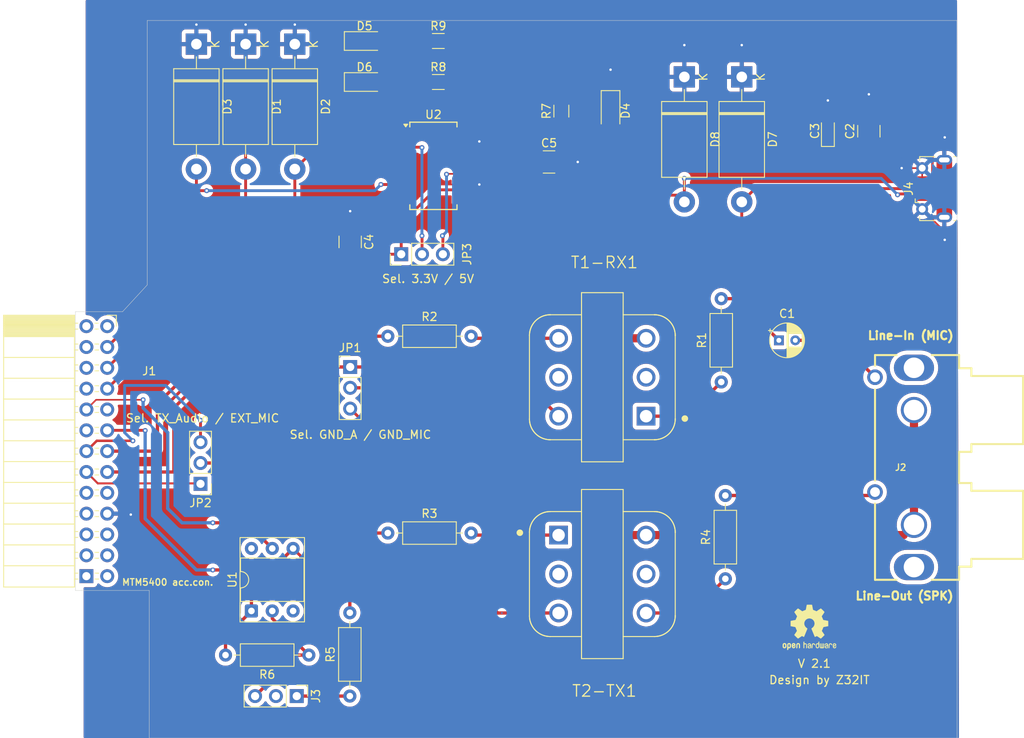
<source format=kicad_pcb>
(kicad_pcb (version 20241229) (generator "pcbnew") (generator_version "9.0")
  (layers (0 "F.Cu" signal) (2 "B.Cu" signal) (13 "F.Paste" user) (15 "B.Paste" user) (5 "F.SilkS" user "F.Silkscreen") (7 "B.SilkS" user "B.Silkscreen") (1 "F.Mask" user) (3 "B.Mask" user) (25 "Edge.Cuts" user))
  (net 0 "")
  (net 1 "Net-(C1-Pad1)")
  (net 2 "Net-(C1-Pad2)")
  (net 3 "VBUS")
  (net 4 "GND")
  (net 5 "Net-(JP3-A)")
  (net 6 "Net-(D1-A2)")
  (net 7 "Net-(D2-A2)")
  (net 8 "Net-(D3-A2)")
  (net 9 "Net-(D4-A)")
  (net 10 "Net-(D5-A)")
  (net 11 "Net-(D5-K)")
  (net 12 "Net-(D6-A)")
  (net 13 "Net-(D6-K)")
  (net 14 "Net-(D7-A2)")
  (net 15 "Net-(D8-A2)")
  (net 18 "Net-(J1-PTT)")
  (net 22 "Net-(J1-RX_Audio)")
  (net 26 "GNDA")
  (net 27 "Net-(J1-EXT_MIC)")
  (net 33 "GND_MIC")
  (net 34 "Net-(J1-TX_Audio)")
  (net 38 "GNDS")
  (net 39 "Net-(J2-Pad2)")
  (net 41 "Net-(J3-Pin_3)")
  (net 42 "Net-(J3-Pin_1)")
  (net 44 "Net-(JP1-C)")
  (net 45 "Net-(JP2-C)")
  (net 46 "Net-(JP3-C)")
  (net 47 "Net-(R1-Pad1)")
  (net 48 "Net-(R2-Pad2)")
  (net 49 "Net-(R3-Pad2)")
  (net 50 "Net-(R4-Pad1)")
  (net 51 "Net-(R5-Pad2)")
  (footprint "Resistor_SMD:R_1206_3216Metric_Pad1.30x1.75mm_HandSolder" (layer "F.Cu") (at 83 45)
    (property "Reference" "R9" (at 0 -1.82 0) (layer "F.SilkS"))
    (property "Value" "1K")
    (pad "1" smd roundrect (at -1.55 0) (size 1.3 1.75) (layers "F.Cu" "F.Mask" "F.Paste") (roundrect_rratio 0.192308) (net 10 "Net-(D5-A)"))
    (pad "2" smd roundrect (at 1.55 0) (size 1.3 1.75) (layers "F.Cu" "F.Mask" "F.Paste") (roundrect_rratio 0.192308) (net 3 "VBUS"))
  )
  (footprint "Connector_PinHeader_2.54mm:PinHeader_1x03_P2.54mm_Vertical" (layer "F.Cu") (at 78.475 71 90)
    (property "Reference" "JP3" (at 0 8.025 90) (layer "F.SilkS"))
    (property "Value" "Sel. 3.3V / 5V" (at -3 3.275 0) (layer "F.SilkS"))
    (pad "1" thru_hole rect (at 0 0 90) (size 1.7 1.7) (drill 1) (layers "*.Cu" "*.Mask") (net 5 "Net-(JP3-A)"))
    (pad "2" thru_hole oval (at 0 2.54 90) (size 1.7 1.7) (drill 1) (layers "*.Cu" "*.Mask") (net 46 "Net-(JP3-C)"))
    (pad "3" thru_hole oval (at 0 5.08 90) (size 1.7 1.7) (drill 1) (layers "*.Cu" "*.Mask") (net 3 "VBUS"))
  )
  (footprint "TY-145P:XFMR_TY-145P" (layer "F.Cu") (at 103 110)
    (property "Reference" "T2-TX1" (at 0.25 14.25 0) (layer "F.SilkS") (effects (font (size 1.400252 1.400252))))
    (property "Value" "600ohm 1:1")
    (pad "1" thru_hole rect (at -5.334 -4.7498) (size 2.286 2.286) (drill 1.524) (layers "*.Cu" "*.Mask") (net 49 "Net-(R3-Pad2)"))
    (pad "2" thru_hole circle (at -5.334 0) (size 2.286 2.286) (drill 1.524) (layers "*.Cu" "*.Mask"))
    (pad "3" thru_hole circle (at -5.334 4.7498) (size 2.286 2.286) (drill 1.524) (layers "*.Cu" "*.Mask") (net 44 "Net-(JP1-C)"))
    (pad "4" thru_hole circle (at 5.334 4.7498) (size 2.286 2.286) (drill 1.524) (layers "*.Cu" "*.Mask") (net 50 "Net-(R4-Pad1)"))
    (pad "5" thru_hole circle (at 5.334 0) (size 2.286 2.286) (drill 1.524) (layers "*.Cu" "*.Mask"))
    (pad "6" thru_hole circle (at 5.334 -4.7498) (size 2.286 2.286) (drill 1.524) (layers "*.Cu" "*.Mask") (net 38 "GNDS"))
  )
  (footprint "Capacitor_SMD:C_1210_3225Metric_Pad1.33x2.70mm_HandSolder" (layer "F.Cu") (at 96.5 59.75)
    (property "Reference" "C5" (at 0 -2.3 0) (layer "F.SilkS"))
    (property "Value" "100nF/10V")
    (pad "1" smd roundrect (at -1.5625 0) (size 1.325 2.7) (layers "F.Cu" "F.Mask" "F.Paste") (roundrect_rratio 0.188679) (net 3 "VBUS"))
    (pad "2" smd roundrect (at 1.5625 0) (size 1.325 2.7) (layers "F.Cu" "F.Mask" "F.Paste") (roundrect_rratio 0.188679) (net 4 "GND"))
  )
  (footprint "Package_SO:SSOP-28_5.3x10.2mm_P0.65mm" (layer "F.Cu") (at 82.4 60.225)
    (property "Reference" "U2" (at 0 -6.25 0) (layer "F.SilkS"))
    (property "Value" "FT232RL")
    (pad "1" smd rect (at -3.6 -4.225) (size 1.75 0.45) (layers "F.Cu" "F.Mask" "F.Paste") (net 6 "Net-(D1-A2)"))
    (pad "2" smd rect (at -3.6 -3.575) (size 1.75 0.45) (layers "F.Cu" "F.Mask" "F.Paste"))
    (pad "3" smd rect (at -3.6 -2.925) (size 1.75 0.45) (layers "F.Cu" "F.Mask" "F.Paste"))
    (pad "4" smd rect (at -3.6 -2.275) (size 1.75 0.45) (layers "F.Cu" "F.Mask" "F.Paste") (net 46 "Net-(JP3-C)"))
    (pad "5" smd rect (at -3.6 -1.625) (size 1.75 0.45) (layers "F.Cu" "F.Mask" "F.Paste") (net 7 "Net-(D2-A2)"))
    (pad "6" smd rect (at -3.6 -0.975) (size 1.75 0.45) (layers "F.Cu" "F.Mask" "F.Paste"))
    (pad "7" smd rect (at -3.6 -0.325) (size 1.75 0.45) (layers "F.Cu" "F.Mask" "F.Adhes" "F.Paste") (net 4 "GND"))
    (pad "8" smd rect (at -3.6 0.325) (size 1.75 0.45) (layers "F.Cu" "F.Mask" "F.Paste"))
    (pad "9" smd rect (at -3.6 0.975) (size 1.75 0.45) (layers "F.Cu" "F.Mask" "F.Paste"))
    (pad "10" smd rect (at -3.6 1.625) (size 1.75 0.45) (layers "F.Cu" "F.Mask" "F.Paste"))
    (pad "11" smd rect (at -3.6 2.275) (size 1.75 0.45) (layers "F.Cu" "F.Mask" "F.Paste") (net 8 "Net-(D3-A2)"))
    (pad "12" smd rect (at -3.6 2.925) (size 1.75 0.45) (layers "F.Cu" "F.Mask" "F.Paste"))
    (pad "13" smd rect (at -3.6 3.575) (size 1.75 0.45) (layers "F.Cu" "F.Mask" "F.Paste"))
    (pad "14" smd rect (at -3.6 4.225) (size 1.75 0.45) (layers "F.Cu" "F.Mask" "F.Paste"))
    (pad "15" smd rect (at 3.6 4.225) (size 1.75 0.45) (layers "F.Cu" "F.Mask" "F.Paste") (net 14 "Net-(D7-A2)"))
    (pad "16" smd rect (at 3.6 3.575) (size 1.75 0.45) (layers "F.Cu" "F.Mask" "F.Paste") (net 15 "Net-(D8-A2)"))
    (pad "17" smd rect (at 3.6 2.925) (size 1.75 0.45) (layers "F.Cu" "F.Mask" "F.Paste") (net 5 "Net-(JP3-A)"))
    (pad "18" smd rect (at 3.6 2.275) (size 1.75 0.45) (layers "F.Cu" "F.Mask" "F.Adhes" "F.Paste") (net 4 "GND"))
    (pad "19" smd rect (at 3.6 1.625) (size 1.75 0.45) (layers "F.Cu" "F.Mask" "F.Paste"))
    (pad "20" smd rect (at 3.6 0.975) (size 1.75 0.45) (layers "F.Cu" "F.Mask" "F.Paste") (net 3 "VBUS"))
    (pad "21" smd rect (at 3.6 0.325) (size 1.75 0.45) (layers "F.Cu" "F.Mask" "F.Adhes" "F.Paste") (net 4 "GND"))
    (pad "22" smd rect (at 3.6 -0.325) (size 1.75 0.45) (layers "F.Cu" "F.Mask" "F.Paste") (net 13 "Net-(D6-K)"))
    (pad "23" smd rect (at 3.6 -0.975) (size 1.75 0.45) (layers "F.Cu" "F.Mask" "F.Paste") (net 11 "Net-(D5-K)"))
    (pad "24" smd rect (at 3.6 -1.625) (size 1.75 0.45) (layers "F.Cu" "F.Mask" "F.Paste"))
    (pad "25" smd rect (at 3.6 -2.275) (size 1.75 0.45) (layers "F.Cu" "F.Mask" "F.Adhes" "F.Paste") (net 4 "GND"))
    (pad "26" smd rect (at 3.6 -2.925) (size 1.75 0.45) (layers "F.Cu" "F.Mask" "F.Adhes" "F.Paste") (net 4 "GND"))
    (pad "27" smd rect (at 3.6 -3.575) (size 1.75 0.45) (layers "F.Cu" "F.Mask" "F.Paste"))
    (pad "28" smd rect (at 3.6 -4.225) (size 1.75 0.45) (layers "F.Cu" "F.Mask" "F.Paste"))
  )
  (footprint "Resistor_THT:R_Axial_DIN0207_L6.3mm_D2.5mm_P10.16mm_Horizontal" (layer "F.Cu") (at 117.5 86.58 90)
    (property "Reference" "R1" (at 5.08 -2.37 90) (layer "F.SilkS"))
    (property "Value" "68R")
    (pad "1" thru_hole circle (at 0 0 90) (size 1.6 1.6) (drill 0.8) (layers "*.Cu" "*.Mask") (net 47 "Net-(R1-Pad1)"))
    (pad "2" thru_hole oval (at 10.16 0 90) (size 1.6 1.6) (drill 0.8) (layers "*.Cu" "*.Mask") (net 1 "Net-(C1-Pad1)"))
  )
  (footprint "Connector_PinHeader_2.54mm:PinHeader_1x03_P2.54mm_Vertical" (layer "F.Cu") (at 65.735 124.88 -90)
    (property "Reference" "J3" (at 0 -2.33 90) (layer "F.SilkS"))
    (property "Value" "RPi-GPIO xx")
    (pad "1" thru_hole rect (at 0 0 270) (size 1.7 1.7) (drill 1) (layers "*.Cu" "*.Mask") (net 42 "Net-(J3-Pin_1)"))
    (pad "2" thru_hole oval (at 0 2.54 270) (size 1.7 1.7) (drill 1) (layers "*.Cu" "*.Mask"))
    (pad "3" thru_hole oval (at 0 5.08 270) (size 1.7 1.7) (drill 1) (layers "*.Cu" "*.Mask") (net 41 "Net-(J3-Pin_3)"))
  )
  (footprint "Resistor_THT:R_Axial_DIN0207_L6.3mm_D2.5mm_P10.16mm_Horizontal" (layer "F.Cu") (at 72.21 124.88 90)
    (property "Reference" "R5" (at 5.08 -2.37 90) (layer "F.SilkS"))
    (property "Value" "330R")
    (pad "1" thru_hole circle (at 0 0 90) (size 1.6 1.6) (drill 0.8) (layers "*.Cu" "*.Mask") (net 42 "Net-(J3-Pin_1)"))
    (pad "2" thru_hole oval (at 10.16 0 90) (size 1.6 1.6) (drill 0.8) (layers "*.Cu" "*.Mask") (net 51 "Net-(R5-Pad2)"))
  )
  (footprint "Resistor_SMD:R_1206_3216Metric_Pad1.30x1.75mm_HandSolder" (layer "F.Cu") (at 98 53.55 90)
    (property "Reference" "R7" (at 0 -1.82 90) (layer "F.SilkS"))
    (property "Value" "1K")
    (pad "1" smd roundrect (at -1.55 0 90) (size 1.3 1.75) (layers "F.Cu" "F.Mask" "F.Paste") (roundrect_rratio 0.192308) (net 9 "Net-(D4-A)"))
    (pad "2" smd roundrect (at 1.55 0 90) (size 1.3 1.75) (layers "F.Cu" "F.Mask" "F.Paste") (roundrect_rratio 0.192308) (net 3 "VBUS"))
  )
  (footprint "Resistor_THT:R_Axial_DIN0207_L6.3mm_D2.5mm_P10.16mm_Horizontal" (layer "F.Cu") (at 118 110.58 90)
    (property "Reference" "R4" (at 5.08 -2.37 90) (layer "F.SilkS"))
    (property "Value" "68R")
    (pad "1" thru_hole circle (at 0 0 90) (size 1.6 1.6) (drill 0.8) (layers "*.Cu" "*.Mask") (net 50 "Net-(R4-Pad1)"))
    (pad "2" thru_hole oval (at 10.16 0 90) (size 1.6 1.6) (drill 0.8) (layers "*.Cu" "*.Mask") (net 39 "Net-(J2-Pad2)"))
  )
  (footprint "Capacitor_SMD:C_1210_3225Metric_Pad1.33x2.70mm_HandSolder" (layer "F.Cu") (at 135.5 56 90)
    (property "Reference" "C2" (at 0 -2.3 90) (layer "F.SilkS"))
    (property "Value" "100nF/10V")
    (pad "1" smd roundrect (at -1.5625 0 90) (size 1.325 2.7) (layers "F.Cu" "F.Mask" "F.Paste") (roundrect_rratio 0.188679) (net 3 "VBUS"))
    (pad "2" smd roundrect (at 1.5625 0 90) (size 1.325 2.7) (layers "F.Cu" "F.Mask" "F.Adhes" "F.Paste") (roundrect_rratio 0.188679) (net 4 "GND"))
  )
  (footprint "RCJ-2123:RCJ-2121" (layer "F.Cu") (at 139.375 97 180)
    (property "Reference" "J2" (at 0 0 0) (layer "F.SilkS") (effects (font (size 0.787402 0.787402))))
    (property "Value" "RCJ-2123")
    (pad "1" thru_hole circle (at -1.625 -7 180) (size 3.2 3.2) (drill 2.5) (layers "*.Cu" "*.Mask") (net 38 "GNDS"))
    (pad "2" thru_hole circle (at 3.125 -3 180) (size 1.9 1.9) (drill 1.2) (layers "*.Cu" "*.Mask") (net 39 "Net-(J2-Pad2)"))
    (pad "3" thru_hole circle (at -1.625 7 180) (size 3.2 3.2) (drill 2.5) (layers "*.Cu" "*.Mask") (net 38 "GNDS"))
    (pad "4" thru_hole circle (at 3.125 11 180) (size 1.9 1.9) (drill 1.2) (layers "*.Cu" "*.Mask") (net 2 "Net-(C1-Pad2)"))
    (pad "5" thru_hole custom (at -1.625 12.15 180) (size 3.2 3.2) (drill 2.5) (layers "*.Cu") (options (clearance outline) (anchor circle)) (primitives (gr_poly (pts (xy -0.85 -1.599) (xy -1.1 -1.579) (xy -1.344 -1.521) (xy -1.576 -1.425) (xy -1.79 -1.294) (xy -1.981 -1.131) (xy -2.144 -0.94) (xy -2.275 -0.726) (xy -2.371 -0.494) (xy -2.429 -0.25) (xy -2.449 0) (xy -2.429 0.25) (xy -2.371 0.494) (xy -2.275 0.726) (xy -2.144 0.94) (xy -1.981 1.131) (xy -1.79 1.294) (xy -1.576 1.425) (xy -1.344 1.521) (xy -1.1 1.579) (xy -0.85 1.599) (xy 0.85 1.599) (xy 1.1 1.579) (xy 1.344 1.521) (xy 1.576 1.425) (xy 1.79 1.294) (xy 1.981 1.131) (xy 2.144 0.94) (xy 2.275 0.726) (xy 2.371 0.494) (xy 2.429 0.25) (xy 2.449 0) (xy 2.429 -0.25) (xy 2.371 -0.494) (xy 2.275 -0.726) (xy 2.144 -0.94) (xy 1.981 -1.131) (xy 1.79 -1.294) (xy 1.576 -1.425) (xy 1.344 -1.521) (xy 1.1 -1.579) (xy 0.85 -1.599)) (width 0.002) (fill yes))))
    (pad "6" thru_hole custom (at -1.625 -12.15 180) (size 3.2 3.2) (drill 2.5) (layers "*.Cu") (options (clearance outline) (anchor circle)) (primitives (gr_poly (pts (xy -0.85 -1.599) (xy -1.1 -1.579) (xy -1.344 -1.521) (xy -1.576 -1.425) (xy -1.79 -1.294) (xy -1.981 -1.131) (xy -2.144 -0.94) (xy -2.275 -0.726) (xy -2.371 -0.494) (xy -2.429 -0.25) (xy -2.449 0) (xy -2.429 0.25) (xy -2.371 0.494) (xy -2.275 0.726) (xy -2.144 0.94) (xy -1.981 1.131) (xy -1.79 1.294) (xy -1.576 1.425) (xy -1.344 1.521) (xy -1.1 1.579) (xy -0.85 1.599) (xy 0.85 1.599) (xy 1.1 1.579) (xy 1.344 1.521) (xy 1.576 1.425) (xy 1.79 1.294) (xy 1.981 1.131) (xy 2.144 0.94) (xy 2.275 0.726) (xy 2.371 0.494) (xy 2.429 0.25) (xy 2.449 0) (xy 2.429 -0.25) (xy 2.371 -0.494) (xy 2.275 -0.726) (xy 2.144 -0.94) (xy 1.981 -1.131) (xy 1.79 -1.294) (xy 1.576 -1.425) (xy 1.344 -1.521) (xy 1.1 -1.579) (xy 0.85 -1.599)) (width 0.002) (fill yes))))
  )
  (footprint "Connector_PinSocket_2.54mm:MTM5400_1" (layer "F.Cu") (at 42.625 79.775)
    (property "Reference" "J1" (at 5.125 5.475 0) (layer "F.SilkS"))
    (property "Value" "MTM5400 acc.con." (at 7.375 31.225 0) (layer "F.SilkS") (effects (font (size 0.8 0.8))))
    (pad "1" thru_hole rect (at -2.54 30.48) (size 1.7 1.7) (drill 1) (layers "*.Cu" "*.Mask"))
    (pad "2" thru_hole oval (at 0 30.48) (size 1.7 1.7) (drill 1) (layers "*.Cu" "*.Mask"))
    (pad "3" thru_hole oval (at -2.54 27.94) (size 1.7 1.7) (drill 1) (layers "*.Cu" "*.Mask"))
    (pad "4" thru_hole oval (at 0 27.94) (size 1.7 1.7) (drill 1) (layers "*.Cu" "*.Mask"))
    (pad "5" thru_hole oval (at -2.54 25.4) (size 1.7 1.7) (drill 1) (layers "*.Cu" "*.Mask"))
    (pad "6" thru_hole oval (at 0 25.4) (size 1.7 1.7) (drill 1) (layers "*.Cu" "*.Mask"))
    (pad "7" thru_hole oval (at -2.54 22.86) (size 1.7 1.7) (drill 1) (layers "*.Cu" "*.Mask"))
    (pad "8" thru_hole oval (at 0 22.86) (size 1.7 1.7) (drill 1) (layers "*.Cu" "*.Mask") (net 4 "GND"))
    (pad "9" thru_hole oval (at -2.54 20.32) (size 1.7 1.7) (drill 1) (layers "*.Cu" "*.Mask"))
    (pad "10" thru_hole oval (at 0 20.32) (size 1.7 1.7) (drill 1) (layers "*.Cu" "*.Mask"))
    (pad "11" thru_hole oval (at -2.54 17.78) (size 1.7 1.7) (drill 1) (layers "*.Cu" "*.Mask") (net 34 "Net-(J1-TX_Audio)"))
    (pad "12" thru_hole oval (at 0 17.78) (size 1.7 1.7) (drill 1) (layers "*.Cu" "*.Mask") (net 26 "GNDA"))
    (pad "13" thru_hole oval (at -2.54 15.24) (size 1.7 1.7) (drill 1) (layers "*.Cu" "*.Mask") (net 27 "Net-(J1-EXT_MIC)"))
    (pad "14" thru_hole oval (at 0 15.24) (size 1.7 1.7) (drill 1) (layers "*.Cu" "*.Mask") (net 22 "Net-(J1-RX_Audio)"))
    (pad "15" thru_hole oval (at -2.54 12.7) (size 1.7 1.7) (drill 1) (layers "*.Cu" "*.Mask"))
    (pad "16" thru_hole oval (at 0 12.7) (size 1.7 1.7) (drill 1) (layers "*.Cu" "*.Mask") (net 33 "GND_MIC"))
    (pad "17" thru_hole oval (at -2.54 10.16) (size 1.7 1.7) (drill 1) (layers "*.Cu" "*.Mask") (net 18 "Net-(J1-PTT)"))
    (pad "18" thru_hole oval (at 0 10.16) (size 1.7 1.7) (drill 1) (layers "*.Cu" "*.Mask"))
    (pad "19" thru_hole oval (at -2.54 7.62) (size 1.7 1.7) (drill 1) (layers "*.Cu" "*.Mask"))
    (pad "20" thru_hole oval (at 0 7.62) (size 1.7 1.7) (drill 1) (layers "*.Cu" "*.Mask") (net 7 "Net-(D2-A2)"))
    (pad "21" thru_hole oval (at -2.54 5.08) (size 1.7 1.7) (drill 1) (layers "*.Cu" "*.Mask"))
    (pad "22" thru_hole oval (at 0 5.08) (size 1.7 1.7) (drill 1) (layers "*.Cu" "*.Mask") (net 6 "Net-(D1-A2)"))
    (pad "23" thru_hole oval (at -2.54 2.54) (size 1.7 1.7) (drill 1) (layers "*.Cu" "*.Mask"))
    (pad "24" thru_hole oval (at 0 2.54) (size 1.7 1.7) (drill 1) (layers "*.Cu" "*.Mask") (net 8 "Net-(D3-A2)"))
    (pad "25" thru_hole oval (at -2.54 0) (size 1.7 1.7) (drill 1) (layers "*.Cu" "*.Mask"))
    (pad "26" thru_hole oval (at 0 0) (size 1.7 1.7) (drill 1) (layers "*.Cu" "*.Mask"))
  )
  (footprint "TY-145P:XFMR_TY-145P" (layer "F.Cu") (at 103 86 180)
    (property "Reference" "T1-RX1" (at -0.25 14 0) (layer "F.SilkS") (effects (font (size 1.400252 1.400252))))
    (property "Value" "600ohm 1:1")
    (pad "1" thru_hole rect (at -5.334 -4.7498 180) (size 2.286 2.286) (drill 1.524) (layers "*.Cu" "*.Mask") (net 47 "Net-(R1-Pad1)"))
    (pad "2" thru_hole circle (at -5.334 0 180) (size 2.286 2.286) (drill 1.524) (layers "*.Cu" "*.Mask"))
    (pad "3" thru_hole circle (at -5.334 4.7498 180) (size 2.286 2.286) (drill 1.524) (layers "*.Cu" "*.Mask") (net 38 "GNDS"))
    (pad "4" thru_hole circle (at 5.334 4.7498 180) (size 2.286 2.286) (drill 1.524) (layers "*.Cu" "*.Mask") (net 48 "Net-(R2-Pad2)"))
    (pad "5" thru_hole circle (at 5.334 0 180) (size 2.286 2.286) (drill 1.524) (layers "*.Cu" "*.Mask"))
    (pad "6" thru_hole circle (at 5.334 -4.7498 180) (size 2.286 2.286) (drill 1.524) (layers "*.Cu" "*.Mask") (net 26 "GNDA"))
  )
  (footprint "Diode_THT:D_DO-201AE_P15.24mm_Horizontal" (layer "F.Cu") (at 120 49.38 -90)
    (property "Reference" "D7" (at 7.62 -3.77 90) (layer "F.SilkS"))
    (property "Value" "1.5KE6.8CA")
    (fp_text user "K" (at 0 -2.3 90) (layer "F.SilkS"))
    (pad "1" thru_hole rect (at 0 0 270) (size 2.6 2.6) (drill 1.3) (layers "*.Cu" "*.Adhes" "*.Mask") (net 4 "GND"))
    (pad "2" thru_hole oval (at 15.24 0 270) (size 2.6 2.6) (drill 1.3) (layers "*.Cu" "*.Mask") (net 14 "Net-(D7-A2)"))
  )
  (footprint "LED_SMD:LED_1206_3216Metric_Pad1.42x1.75mm_HandSolder" (layer "F.Cu") (at 74 50)
    (property "Reference" "D6" (at 0 -1.82 0) (layer "F.SilkS"))
    (property "Value" "LED-Green")
    (pad "1" smd roundrect (at -1.4875 0) (size 1.425 1.75) (layers "F.Cu" "F.Mask" "F.Paste") (roundrect_rratio 0.175439) (net 13 "Net-(D6-K)"))
    (pad "2" smd roundrect (at 1.4875 0) (size 1.425 1.75) (layers "F.Cu" "F.Mask" "F.Paste") (roundrect_rratio 0.175439) (net 12 "Net-(D6-A)"))
  )
  (footprint "Resistor_THT:R_Axial_DIN0207_L6.3mm_D2.5mm_P10.16mm_Horizontal" (layer "F.Cu") (at 76.84 105)
    (property "Reference" "R3" (at 5.08 -2.37 0) (layer "F.SilkS"))
    (property "Value" "68R")
    (pad "1" thru_hole circle (at 0 0) (size 1.6 1.6) (drill 0.8) (layers "*.Cu" "*.Mask") (net 45 "Net-(JP2-C)"))
    (pad "2" thru_hole oval (at 10.16 0) (size 1.6 1.6) (drill 0.8) (layers "*.Cu" "*.Mask") (net 49 "Net-(R3-Pad2)"))
  )
  (footprint "Diode_THT:D_DO-201AE_P15.24mm_Horizontal" (layer "F.Cu") (at 113 49.38 -90)
    (property "Reference" "D8" (at 7.62 -3.77 90) (layer "F.SilkS"))
    (property "Value" "1.5KE6.8CA")
    (fp_text user "K" (at 0 -2.3 90) (layer "F.SilkS"))
    (pad "1" thru_hole rect (at 0 0 270) (size 2.6 2.6) (drill 1.3) (layers "*.Cu" "*.Adhes" "*.Mask") (net 4 "GND"))
    (pad "2" thru_hole oval (at 15.24 0 270) (size 2.6 2.6) (drill 1.3) (layers "*.Cu" "*.Mask") (net 15 "Net-(D8-A2)"))
  )
  (footprint "Package_DIP:DIP-6_W7.62mm_Socket" (layer "F.Cu") (at 60.21 114.5 90)
    (property "Reference" "U1" (at 3.81 -2.33 90) (layer "F.SilkS"))
    (property "Value" "CNY17-2")
    (pad "1" thru_hole roundrect (at 0 0 90) (size 1.6 1.6) (drill 0.8) (layers "*.Cu" "*.Mask") (roundrect_rratio 0.15625) (net 51 "Net-(R5-Pad2)"))
    (pad "2" thru_hole circle (at 0 2.54 90) (size 1.6 1.6) (drill 0.8) (layers "*.Cu" "*.Mask") (net 41 "Net-(J3-Pin_3)"))
    (pad "3" thru_hole circle (at 0 5.08 90) (size 1.6 1.6) (drill 0.8) (layers "*.Cu" "*.Mask"))
    (pad "4" thru_hole circle (at 7.62 5.08 90) (size 1.6 1.6) (drill 0.8) (layers "*.Cu" "*.Mask") (net 33 "GND_MIC"))
    (pad "5" thru_hole circle (at 7.62 2.54 90) (size 1.6 1.6) (drill 0.8) (layers "*.Cu" "*.Mask") (net 18 "Net-(J1-PTT)"))
    (pad "6" thru_hole circle (at 7.62 0 90) (size 1.6 1.6) (drill 0.8) (layers "*.Cu" "*.Mask"))
  )
  (footprint "LED_SMD:LED_1206_3216Metric_Pad1.42x1.75mm_HandSolder" (layer "F.Cu") (at 74 45)
    (property "Reference" "D5" (at 0 -1.82 0) (layer "F.SilkS"))
    (property "Value" "LED-Red")
    (pad "1" smd roundrect (at -1.4875 0) (size 1.425 1.75) (layers "F.Cu" "F.Mask" "F.Paste") (roundrect_rratio 0.175439) (net 11 "Net-(D5-K)"))
    (pad "2" smd roundrect (at 1.4875 0) (size 1.425 1.75) (layers "F.Cu" "F.Mask" "F.Paste") (roundrect_rratio 0.175439) (net 10 "Net-(D5-A)"))
  )
  (footprint "Capacitor_THT:CP_Radial_D4.0mm_P2.00mm" (layer "F.Cu") (at 124.527401 81.5)
    (property "Reference" "C1" (at 1 -3.25 0) (layer "F.SilkS"))
    (property "Value" "4u7/16V")
    (pad "1" thru_hole rect (at 0 0) (size 1.2 1.2) (drill 0.6) (layers "*.Cu" "*.Mask") (net 1 "Net-(C1-Pad1)"))
    (pad "2" thru_hole circle (at 2 0) (size 1.2 1.2) (drill 0.6) (layers "*.Cu" "*.Mask") (net 2 "Net-(C1-Pad2)"))
  )
  (footprint "Connector_PinHeader_2.54mm:PinHeader_1x03_P2.54mm_Vertical" (layer "F.Cu") (at 72.25 84.75)
    (property "Reference" "JP1" (at 0 -2.33 0) (layer "F.SilkS"))
    (property "Value" "Sel. GND_A / GND_MIC" (at 1.25 8.25 0) (layer "F.SilkS"))
    (pad "1" thru_hole rect (at 0 0) (size 1.7 1.7) (drill 1) (layers "*.Cu" "*.Mask") (net 26 "GNDA"))
    (pad "2" thru_hole oval (at 0 2.54) (size 1.7 1.7) (drill 1) (layers "*.Cu" "*.Mask") (net 44 "Net-(JP1-C)"))
    (pad "3" thru_hole oval (at 0 5.08) (size 1.7 1.7) (drill 1) (layers "*.Cu" "*.Mask") (net 33 "GND_MIC"))
  )
  (footprint "Connector_PinHeader_2.54mm:PinHeader_1x03_P2.54mm_Vertical" (layer "F.Cu") (at 54 99 180)
    (property "Reference" "JP2" (at 0 -2.33 0) (layer "F.SilkS"))
    (property "Value" "Sel. TX_Audio / EXT_MIC" (at -0.25 8 0) (layer "F.SilkS"))
    (pad "1" thru_hole rect (at 0 0 180) (size 1.7 1.7) (drill 1) (layers "*.Cu" "*.Mask") (net 34 "Net-(J1-TX_Audio)"))
    (pad "2" thru_hole oval (at 0 2.54 180) (size 1.7 1.7) (drill 1) (layers "*.Cu" "*.Mask") (net 45 "Net-(JP2-C)"))
    (pad "3" thru_hole oval (at 0 5.08 180) (size 1.7 1.7) (drill 1) (layers "*.Cu" "*.Mask") (net 27 "Net-(J1-EXT_MIC)"))
  )
  (footprint "Capacitor_SMD:C_1210_3225Metric_Pad1.33x2.70mm_HandSolder" (layer "F.Cu") (at 72.25 69.5 -90)
    (property "Reference" "C4" (at 0 -2.3 90) (layer "F.SilkS"))
    (property "Value" "1uF/10V")
    (pad "1" smd roundrect (at -1.5625 0 270) (size 1.325 2.7) (layers "F.Cu" "F.Mask" "F.Adhes" "F.Paste") (roundrect_rratio 0.188679) (net 4 "GND"))
    (pad "2" smd roundrect (at 1.5625 0 270) (size 1.325 2.7) (layers "F.Cu" "F.Mask" "F.Paste") (roundrect_rratio 0.188679) (net 5 "Net-(JP3-A)"))
  )
  (footprint "Diode_THT:D_DO-201AE_P15.24mm_Horizontal" (layer "F.Cu") (at 59.5 45.38 -90)
    (property "Reference" "D1" (at 7.62 -3.77 90) (layer "F.SilkS"))
    (property "Value" "1.5KE6.8CA")
    (fp_text user "K" (at 0 -2.3 90) (layer "F.SilkS"))
    (pad "1" thru_hole rect (at 0 0 270) (size 2.6 2.6) (drill 1.3) (layers "*.Cu" "*.Mask" "F.Adhes") (net 4 "GND"))
    (pad "2" thru_hole oval (at 15.24 0 270) (size 2.6 2.6) (drill 1.3) (layers "*.Cu" "*.Mask") (net 6 "Net-(D1-A2)"))
  )
  (footprint "Capacitor_Tantalum_SMD:CP_EIA-2012-12_Kemet-R_Pad1.30x1.05mm_HandSolder" (layer "F.Cu") (at 130.5 55.975 90)
    (property "Reference" "C3" (at 0 -1.58 90) (layer "F.SilkS"))
    (property "Value" "10uF/10V")
    (pad "1" smd roundrect (at -0.975 0 90) (size 1.3 1.05) (layers "F.Cu" "F.Mask" "F.Paste") (roundrect_rratio 0.238095) (net 3 "VBUS"))
    (pad "2" smd roundrect (at 0.975 0 90) (size 1.3 1.05) (layers "F.Cu" "F.Mask" "F.Adhes" "F.Paste") (roundrect_rratio 0.238095) (net 4 "GND"))
  )
  (footprint "LED_SMD:LED_1206_3216Metric_Pad1.42x1.75mm_HandSolder" (layer "F.Cu") (at 104 53.5125 -90)
    (property "Reference" "D4" (at 0 -1.82 90) (layer "F.SilkS"))
    (property "Value" "LED-Orange")
    (pad "1" smd roundrect (at -1.4875 0 270) (size 1.425 1.75) (layers "F.Cu" "F.Mask" "F.Adhes" "F.Paste") (roundrect_rratio 0.175439) (net 4 "GND"))
    (pad "2" smd roundrect (at 1.4875 0 270) (size 1.425 1.75) (layers "F.Cu" "F.Mask" "F.Paste") (roundrect_rratio 0.175439) (net 9 "Net-(D4-A)"))
  )
  (footprint "Connector_USB:USB_Micro-B_Molex-105017-0001" (layer "F.Cu") (at 143.4625 63 90)
    (property "Reference" "J4" (at 0 -3.1125 90) (layer "F.SilkS"))
    (property "Value" "USB_B_Micro")
    (pad "1" smd rect (at -1.3 -1.4625 90) (size 0.4 1.35) (layers "F.Cu" "F.Mask" "F.Paste") (net 3 "VBUS"))
    (pad "2" smd rect (at -0.65 -1.4625 90) (size 0.4 1.35) (layers "F.Cu" "F.Mask" "F.Paste") (net 15 "Net-(D8-A2)"))
    (pad "3" smd rect (at 0 -1.4625 90) (size 0.4 1.35) (layers "F.Cu" "F.Mask" "F.Paste") (net 14 "Net-(D7-A2)"))
    (pad "4" smd rect (at 0.65 -1.4625 90) (size 0.4 1.35) (layers "F.Cu" "F.Mask" "F.Paste"))
    (pad "5" smd rect (at 1.3 -1.4625 90) (size 0.4 1.35) (layers "F.Cu" "F.Mask" "F.Adhes" "F.Paste") (net 4 "GND"))
    (pad "6" thru_hole oval (at -3.5 1.2375 270) (size 1.2 1.9) (drill oval 0.6 1.3) (property pad_prop_heatsink) (layers "*.Cu" "*.Adhes" "*.Mask") (net 4 "GND"))
    (pad "6" smd rect (at -2.9 1.2375 90) (size 1.2 1.9) (layers "F.Cu" "F.Mask" "F.Adhes") (net 4 "GND"))
    (pad "6" thru_hole circle (at -2.5 -1.4625 90) (size 1.45 1.45) (drill 0.85) (property pad_prop_heatsink) (layers "*.Cu" "*.Adhes" "*.Mask") (net 4 "GND"))
    (pad "6" smd rect (at -1 1.2375 90) (size 1.5 1.9) (layers "F.Cu" "F.Mask" "F.Paste") (net 4 "GND"))
    (pad "6" smd rect (at 1 1.2375 90) (size 1.5 1.9) (layers "F.Cu" "F.Mask" "F.Paste") (net 4 "GND"))
    (pad "6" thru_hole circle (at 2.5 -1.4625 90) (size 1.45 1.45) (drill 0.85) (property pad_prop_heatsink) (layers "*.Cu" "*.Adhes" "*.Mask") (net 4 "GND"))
    (pad "6" smd rect (at 2.9 1.2375 90) (size 1.2 1.9) (layers "F.Cu" "F.Mask" "F.Adhes") (net 4 "GND"))
    (pad "6" thru_hole oval (at 3.5 1.2375 90) (size 1.2 1.9) (drill oval 0.6 1.3) (property pad_prop_heatsink) (layers "*.Cu" "*.Adhes" "*.Mask") (net 4 "GND"))
  )
  (footprint "Resistor_THT:R_Axial_DIN0207_L6.3mm_D2.5mm_P10.16mm_Horizontal" (layer "F.Cu") (at 67.21 119.88 180)
    (property "Reference" "R6" (at 5.08 -2.37 0) (layer "F.SilkS"))
    (property "Value" "10K")
    (pad "1" thru_hole circle (at 0 0 180) (size 1.6 1.6) (drill 0.8) (layers "*.Cu" "*.Mask") (net 41 "Net-(J3-Pin_3)"))
    (pad "2" thru_hole oval (at 10.16 0 180) (size 1.6 1.6) (drill 0.8) (layers "*.Cu" "*.Mask") (net 51 "Net-(R5-Pad2)"))
  )
  (footprint "Diode_THT:D_DO-201AE_P15.24mm_Horizontal" (layer "F.Cu") (at 65.5 45.38 -90)
    (property "Reference" "D2" (at 7.62 -3.77 90) (layer "F.SilkS"))
    (property "Value" "1.5KE6.8CA")
    (fp_text user "K" (at 0 -2.3 90) (layer "F.SilkS"))
    (pad "1" thru_hole rect (at 0 0 270) (size 2.6 2.6) (drill 1.3) (layers "*.Cu" "*.Mask" "F.Adhes") (net 4 "GND"))
    (pad "2" thru_hole oval (at 15.24 0 270) (size 2.6 2.6) (drill 1.3) (layers "*.Cu" "*.Mask") (net 7 "Net-(D2-A2)"))
  )
  (footprint "Diode_THT:D_DO-201AE_P15.24mm_Horizontal" (layer "F.Cu") (at 53.5 45.38 -90)
    (property "Reference" "D3" (at 7.62 -3.77 90) (layer "F.SilkS"))
    (property "Value" "1.5KE6.8CA")
    (fp_text user "K" (at 0 -2.3 90) (layer "F.SilkS"))
    (pad "1" thru_hole rect (at 0 0 270) (size 2.6 2.6) (drill 1.3) (layers "*.Cu" "*.Mask" "F.Adhes") (net 4 "GND"))
    (pad "2" thru_hole oval (at 15.24 0 270) (size 2.6 2.6) (drill 1.3) (layers "*.Cu" "*.Mask") (net 8 "Net-(D3-A2)"))
  )
  (footprint "Resistor_SMD:R_1206_3216Metric_Pad1.30x1.75mm_HandSolder" (layer "F.Cu") (at 83 50)
    (property "Reference" "R8" (at 0 -1.82 0) (layer "F.SilkS"))
    (property "Value" "1K")
    (pad "1" smd roundrect (at -1.55 0) (size 1.3 1.75) (layers "F.Cu" "F.Mask" "F.Paste") (roundrect_rratio 0.192308) (net 12 "Net-(D6-A)"))
    (pad "2" smd roundrect (at 1.55 0) (size 1.3 1.75) (layers "F.Cu" "F.Mask" "F.Paste") (roundrect_rratio 0.192308) (net 3 "VBUS"))
  )
  (footprint "Resistor_THT:R_Axial_DIN0207_L6.3mm_D2.5mm_P10.16mm_Horizontal" (layer "F.Cu") (at 76.84 81)
    (property "Reference" "R2" (at 5.08 -2.37 0) (layer "F.SilkS"))
    (property "Value" "68R")
    (pad "1" thru_hole circle (at 0 0) (size 1.6 1.6) (drill 0.8) (layers "*.Cu" "*.Mask") (net 22 "Net-(J1-RX_Audio)"))
    (pad "2" thru_hole oval (at 10.16 0) (size 1.6 1.6) (drill 0.8) (layers "*.Cu" "*.Mask") (net 48 "Net-(R2-Pad2)"))
  )
  (footprint "Symbol:OSHW-Logo2_7.3x6mm_SilkScreen" (layer "F.Cu") (at 128.25 116.5)
    (property "Reference" "REF**" (hide yes))
    (property "Value" "OSHW-Logo2_7.3x6mm_SilkScreen" (hide yes))
  )
  (gr_line (start 146.25 42.5) (end 146.25 130) (stroke (width 0.05)) (layer "Edge.Cuts"))
  (gr_line (start 38.75 78) (end 44.5 78) (stroke (width 0.05)) (layer "Edge.Cuts"))
  (gr_line (start 38.75 112) (end 38.75 78) (stroke (width 0.05)) (layer "Edge.Cuts"))
  (gr_line (start 47.75 112) (end 38.75 112) (stroke (width 0.05)) (layer "Edge.Cuts"))
  (gr_line (start 47.75 130) (end 47.75 112) (stroke (width 0.05)) (layer "Edge.Cuts"))
  (gr_line (start 146.25 130) (end 47.75 130) (stroke (width 0.05)) (layer "Edge.Cuts"))
  (gr_line (start 47.5 74.75) (end 47.5 42.5) (stroke (width 0.05)) (layer "Edge.Cuts"))
  (gr_line (start 47.5 42.5) (end 146.25 42.5) (stroke (width 0.05)) (layer "Edge.Cuts"))
  (gr_line (start 44.5 78) (end 47.5 74.75) (stroke (width 0.05)) (layer "Edge.Cuts"))
  (gr_text "Line-In (MIC)" (at 135.25 81.5 0) (layer "F.SilkS") (effects (font (size 1 1) (thickness 0.25) (bold yes)) (justify left bottom)))
  (gr_text "Line-Out (SPK)" (at 133.75 113.25 0) (layer "F.SilkS") (effects (font (size 1 1) (thickness 0.25) (bold yes)) (justify left bottom)))
  (gr_text "Design by Z32IT" (at 123.25 123.5 0) (layer "F.SilkS") (effects (font (size 1 1)) (justify left bottom)))
  (gr_text "V 2.1" (at 126.75 121.5 0) (layer "F.SilkS") (effects (font (size 1 1)) (justify left bottom)))
  (segment (start 117.5 76.42) (end 119.447401 76.42) (width 0.4) (layer "F.Cu") (net 1))
  (segment (start 119.447401 76.42) (end 124.527401 81.5) (width 0.4) (layer "F.Cu") (net 1))
  (segment (start 126.527401 81.5) (end 131.75 81.5) (width 0.4) (layer "F.Cu") (net 2))
  (segment (start 131.75 81.5) (end 136.25 86) (width 0.4) (layer "F.Cu") (net 2))
  (segment (start 96 50) (end 98 52) (width 0.35) (layer "F.Cu") (net 3))
  (segment (start 143.25 63.925) (end 142.875 64.3) (width 0.3) (layer "F.Cu") (net 3))
  (segment (start 131 56.95) (end 110.2 56.95) (width 0.3) (layer "F.Cu") (net 3))
  (segment (start 142.875 64.3) (end 142 64.3) (width 0.3) (layer "F.Cu") (net 3))
  (segment (start 88.8 61.2) (end 90.875 59.125) (width 0.35) (layer "F.Cu") (net 3))
  (segment (start 84.05 61.2) (end 86 61.2) (width 0.2) (layer "F.Cu") (net 3))
  (segment (start 110.2 56.95) (end 106.75 53.5) (width 0.3) (layer "F.Cu") (net 3))
  (segment (start 90.875 59.125) (end 98 52) (width 0.35) (layer "F.Cu") (net 3))
  (segment (start 84 61.25) (end 84.05 61.2) (width 0.2) (layer "F.Cu") (net 3))
  (segment (start 84.55 45) (end 84.55 50) (width 0.35) (layer "F.Cu") (net 3))
  (segment (start 131.1125 57.5625) (end 130.5 56.95) (width 0.3) (layer "F.Cu") (net 3))
  (segment (start 143.25 59) (end 143.25 63.925) (width 0.3) (layer "F.Cu") (net 3))
  (segment (start 94.9375 59.75) (end 91.5 59.75) (width 0.35) (layer "F.Cu") (net 3))
  (segment (start 83.555 68.805) (end 83.5 68.75) (width 0.2) (layer "F.Cu") (net 3))
  (segment (start 84.55 50) (end 96 50) (width 0.35) (layer "F.Cu") (net 3))
  (segment (start 135.3875 56.95) (end 136 57.5625) (width 0.2) (layer "F.Cu") (net 3))
  (segment (start 100.5 53.5) (end 99 52) (width 0.3) (layer "F.Cu") (net 3))
  (segment (start 83.555 71) (end 83.555 68.805) (width 0.35) (layer "F.Cu") (net 3))
  (segment (start 106.75 53.5) (end 100.5 53.5) (width 0.3) (layer "F.Cu") (net 3))
  (segment (start 135.5 57.5625) (end 131.1125 57.5625) (width 0.3) (layer "F.Cu") (net 3))
  (segment (start 135.5 57.5625) (end 141.8125 57.5625) (width 0.3) (layer "F.Cu") (net 3))
  (segment (start 86 61.2) (end 88.8 61.2) (width 0.35) (layer "F.Cu") (net 3))
  (segment (start 99 52) (end 98 52) (width 0.3) (layer "F.Cu") (net 3))
  (segment (start 141.8125 57.5625) (end 143.25 59) (width 0.3) (layer "F.Cu") (net 3))
  (segment (start 91.5 59.75) (end 90.875 59.125) (width 0.35) (layer "F.Cu") (net 3))
  (via (at 83.5 68.75) (size 0.6) (drill 0.3) (layers "F.Cu" "B.Cu") (net 3))
  (via (at 84 61.25) (size 0.6) (drill 0.3) (layers "F.Cu" "B.Cu") (net 3))
  (segment (start 84 61.25) (end 84 68.25) (width 0.35) (layer "B.Cu") (net 3))
  (segment (start 84 68.25) (end 83.5 68.75) (width 0.35) (layer "B.Cu") (net 3))
  (segment (start 82.5 62.5) (end 86 62.5) (width 0.2) (layer "F.Cu") (net 4))
  (segment (start 98.0625 59.75) (end 100 59.75) (width 0.35) (layer "F.Cu") (net 4))
  (segment (start 86 62.5) (end 88 62.5) (width 0.2) (layer "F.Cu") (net 4))
  (segment (start 113 45.5) (end 113 49.38) (width 0.2) (layer "F.Cu") (net 4))
  (segment (start 120 45.5) (end 120 49.38) (width 0.2) (layer "F.Cu") (net 4))
  (segment (start 144.75 69.25) (end 144.75 69) (width 0.2) (layer "F.Cu") (net 4))
  (segment (start 86 57.3) (end 87.95 57.3) (width 0.2) (layer "F.Cu") (net 4))
  (segment (start 142 61.7) (end 142 60.5) (width 0.2) (layer "F.Cu") (net 4))
  (segment (start 144.7 56.8) (end 144.7 59.5) (width 0.2) (layer "F.Cu") (net 4))
  (segment (start 104 48.5) (end 104 52.025) (width 0.2) (layer "F.Cu") (net 4))
  (segment (start 130.5 52.25) (end 130.5 55) (width 0.2) (layer "F.Cu") (net 4))
  (segment (start 42.625 102.635) (end 45.385 102.635) (width 0.4) (layer "F.Cu") (net 4))
  (segment (start 86 57.3) (end 86 57.95) (width 0.2) (layer "F.Cu") (net 4))
  (segment (start 144.7 68.95) (end 144.7 65.9) (width 0.2) (layer "F.Cu") (net 4))
  (segment (start 78.8 59.9) (end 81.800057 59.9) (width 0.2) (layer "F.Cu") (net 4))
  (segment (start 144.75 56.75) (end 144.7 56.8) (width 0.2) (layer "F.Cu") (net 4))
  (segment (start 81.800057 59.9) (end 82.5 60.599943) (width 0.2) (layer "F.Cu") (net 4))
  (segment (start 144.175 64.3) (end 144.5 63.975) (width 0.2) (layer "F.Cu") (net 4))
  (segment (start 139.5 60.5) (end 142 60.5) (width 0.2) (layer "F.Cu") (net 4))
  (segment (start 45.385 102.635) (end 45.5 102.75) (width 0.2) (layer "F.Cu") (net 4))
  (segment (start 82.5 60.599943) (end 82.5 62.5) (width 0.2) (layer "F.Cu") (net 4))
  (segment (start 144.75 69) (end 144.7 68.95) (width 0.2) (layer "F.Cu") (net 4))
  (segment (start 87.95 57.3) (end 88 57.25) (width 0.2) (layer "F.Cu") (net 4))
  (segment (start 72.25 65.75) (end 72.25 67.9375) (width 0.35) (layer "F.Cu") (net 4))
  (segment (start 144.75 69.25) (end 144.75 68.25) (width 0.2) (layer "F.Cu") (net 4))
  (segment (start 135.4375 55) (end 136 54.4375) (width 0.2) (layer "F.Cu") (net 4))
  (segment (start 135.5 51.5) (end 135.5 54.4375) (width 0.2) (layer "F.Cu") (net 4))
  (segment (start 144.75 68.25) (end 142 65.5) (width 0.2) (layer "F.Cu") (net 4))
  (via (at 135.5 51.5) (size 0.6) (drill 0.3) (layers "F.Cu" "B.Cu") (net 4))
  (via (at 88 57.25) (size 0.6) (drill 0.3) (layers "F.Cu" "B.Cu") (net 4))
  (via (at 144.75 69.25) (size 0.6) (drill 0.3) (layers "F.Cu" "B.Cu") (net 4))
  (via (at 139.5 60.5) (size 0.6) (drill 0.3) (layers "F.Cu" "B.Cu") (net 4))
  (via (at 53.5 43) (size 0.6) (drill 0.3) (layers "F.Cu" "B.Cu") (net 4))
  (via (at 72.25 65.75) (size 0.6) (drill 0.3) (layers "F.Cu" "B.Cu") (net 4))
  (via (at 144.75 56.75) (size 0.6) (drill 0.3) (layers "F.Cu" "B.Cu") (net 4))
  (via (at 113 45.5) (size 0.6) (drill 0.3) (layers "F.Cu" "B.Cu") (net 4))
  (via (at 104 48.5) (size 0.6) (drill 0.3) (layers "F.Cu" "B.Cu") (net 4))
  (via (at 100 59.75) (size 0.6) (drill 0.3) (layers "F.Cu" "B.Cu") (net 4))
  (via (at 65.5 43) (size 0.6) (drill 0.3) (layers "F.Cu" "B.Cu") (net 4))
  (via (at 45.5 102.75) (size 0.6) (drill 0.3) (layers "F.Cu" "B.Cu") (net 4))
  (via (at 120 45.5) (size 0.6) (drill 0.3) (layers "F.Cu" "B.Cu") (net 4))
  (via (at 59.5 43) (size 0.6) (drill 0.3) (layers "F.Cu" "B.Cu") (net 4))
  (via (at 130.5 52.25) (size 0.6) (drill 0.3) (layers "F.Cu" "B.Cu") (net 4))
  (via (at 88 62.5) (size 0.6) (drill 0.3) (layers "F.Cu" "B.Cu") (net 4))
  (segment (start 82.6 63.15) (end 78.475 67.275) (width 0.35) (layer "F.Cu") (net 5))
  (segment (start 73.5625 71) (end 78.475 71) (width 0.35) (layer "F.Cu") (net 5))
  (segment (start 86 63.15) (end 82.6 63.15) (width 0.35) (layer "F.Cu") (net 5))
  (segment (start 78.475 67.275) (end 78.475 71) (width 0.35) (layer "F.Cu") (net 5))
  (segment (start 59.5 60.62) (end 59.5 56) (width 0.35) (layer "F.Cu") (net 6))
  (segment (start 59.5 56) (end 78.8 56) (width 0.35) (layer "F.Cu") (net 6))
  (segment (start 42.625 84.855) (end 59.5 67.98) (width 0.35) (layer "F.Cu") (net 6))
  (segment (start 59.5 67.98) (end 59.5 60.62) (width 0.35) (layer "F.Cu") (net 6))
  (segment (start 65.5 60.62) (end 67.52 58.6) (width 0.35) (layer "F.Cu") (net 7))
  (segment (start 42.625 87.395) (end 65.5 64.52) (width 0.35) (layer "F.Cu") (net 7))
  (segment (start 65.5 64.52) (end 65.5 60.62) (width 0.35) (layer "F.Cu") (net 7))
  (segment (start 67.52 58.6) (end 78.8 58.6) (width 0.35) (layer "F.Cu") (net 7))
  (segment (start 54.75 63.25) (end 53.5 63.25) (width 0.35) (layer "F.Cu") (net 8))
  (segment (start 76 62.5) (end 78.8 62.5) (width 0.35) (layer "F.Cu") (net 8))
  (segment (start 42.625 82.315) (end 53.5 71.44) (width 0.35) (layer "F.Cu") (net 8))
  (segment (start 53.5 63.25) (end 53.5 60.62) (width 0.35) (layer "F.Cu") (net 8))
  (segment (start 53.5 71.44) (end 53.5 63.25) (width 0.35) (layer "F.Cu") (net 8))
  (via (at 76 62.5) (size 0.6) (drill 0.3) (layers "F.Cu" "B.Cu") (net 8))
  (via (at 54.75 63.25) (size 0.6) (drill 0.3) (layers "F.Cu" "B.Cu") (net 8))
  (segment (start 54.75 63.25) (end 75.25 63.25) (width 0.35) (layer "B.Cu") (net 8))
  (segment (start 75.25 63.25) (end 76 62.5) (width 0.35) (layer "B.Cu") (net 8))
  (segment (start 103.75 55) (end 103.65 55.1) (width 0.2) (layer "F.Cu") (net 9))
  (segment (start 103.65 55.1) (end 98 55.1) (width 0.3) (layer "F.Cu") (net 9))
  (segment (start 104 55) (end 103.75 55) (width 0.2) (layer "F.Cu") (net 9))
  (segment (start 75.4875 45) (end 81.45 45) (width 0.3) (layer "F.Cu") (net 10))
  (segment (start 84.948 59.25) (end 86 59.25) (width 0.3) (layer "F.Cu") (net 11))
  (segment (start 84 52.75) (end 84 58.302) (width 0.3) (layer "F.Cu") (net 11))
  (segment (start 83.25 52) (end 84 52.75) (width 0.3) (layer "F.Cu") (net 11))
  (segment (start 72.5125 45) (end 74 46.4875) (width 0.3) (layer "F.Cu") (net 11))
  (segment (start 84 58.302) (end 84.948 59.25) (width 0.3) (layer "F.Cu") (net 11))
  (segment (start 74 52) (end 83.25 52) (width 0.3) (layer "F.Cu") (net 11))
  (segment (start 74 46.4875) (end 74 52) (width 0.3) (layer "F.Cu") (net 11))
  (segment (start 75.4875 50) (end 81.45 50) (width 0.3) (layer "F.Cu") (net 12))
  (segment (start 73.75 53.75) (end 82 53.75) (width 0.3) (layer "F.Cu") (net 13))
  (segment (start 72.5125 52.5125) (end 73.75 53.75) (width 0.3) (layer "F.Cu") (net 13))
  (segment (start 83.9 59.9) (end 86 59.9) (width 0.3) (layer "F.Cu") (net 13))
  (segment (start 82 53.75) (end 82.75 54.5) (width 0.3) (layer "F.Cu") (net 13))
  (segment (start 72.5125 50) (end 72.5125 52.5125) (width 0.3) (layer "F.Cu") (net 13))
  (segment (start 82.75 58.75) (end 83.9 59.9) (width 0.3) (layer "F.Cu") (net 13))
  (segment (start 82.75 54.5) (end 82.75 58.75) (width 0.3) (layer "F.Cu") (net 13))
  (segment (start 120 64.62) (end 121.62 63) (width 0.35) (layer "F.Cu") (net 14))
  (segment (start 121.62 63) (end 142 63) (width 0.35) (layer "F.Cu") (net 14))
  (segment (start 86 64.45) (end 88.55 67) (width 0.35) (layer "F.Cu") (net 14))
  (segment (start 119.75 67) (end 120 66.75) (width 0.35) (layer "F.Cu") (net 14))
  (segment (start 120 66.75) (end 120 64.62) (width 0.35) (layer "F.Cu") (net 14))
  (segment (start 88.55 67) (end 119.75 67) (width 0.35) (layer "F.Cu") (net 14))
  (segment (start 86 63.8) (end 109 63.8) (width 0.35) (layer "F.Cu") (net 15))
  (segment (start 139.1 63.65) (end 139 63.75) (width 0.2) (layer "F.Cu") (net 15))
  (segment (start 109 63.8) (end 112.18 63.8) (width 0.35) (layer "F.Cu") (net 15))
  (segment (start 142 63.65) (end 139.1 63.65) (width 0.35) (layer "F.Cu") (net 15))
  (segment (start 112.18 63.8) (end 113 64.62) (width 0.2) (layer "F.Cu") (net 15))
  (segment (start 113 64.62) (end 113 61.75) (width 0.35) (layer "F.Cu") (net 15))
  (via (at 113 61.75) (size 0.6) (drill 0.3) (layers "F.Cu" "B.Cu") (net 15))
  (via (at 139 63.75) (size 0.6) (drill 0.3) (layers "F.Cu" "B.Cu") (net 15))
  (segment (start 113 61.75) (end 137 61.75) (width 0.35) (layer "B.Cu") (net 15))
  (segment (start 137 61.75) (end 139 63.75) (width 0.35) (layer "B.Cu") (net 15))
  (segment (start 41.27 88.75) (end 47 88.75) (width 0.2) (layer "F.Cu") (net 18))
  (segment (start 40.085 89.935) (end 41.27 88.75) (width 0.2) (layer "F.Cu") (net 18))
  (segment (start 55.5 103.75) (end 59.62 103.75) (width 0.4) (layer "F.Cu") (net 18))
  (segment (start 59.62 103.75) (end 62.75 106.88) (width 0.4) (layer "F.Cu") (net 18))
  (via (at 47 88.75) (size 0.6) (drill 0.3) (layers "F.Cu" "B.Cu") (net 18))
  (via (at 55.5 103.75) (size 0.6) (drill 0.3) (layers "F.Cu" "B.Cu") (net 18))
  (segment (start 51.75 103.75) (end 55.5 103.75) (width 0.4) (layer "B.Cu") (net 18))
  (segment (start 47 89.75) (end 47 88.75) (width 0.4) (layer "B.Cu") (net 18))
  (segment (start 50 102) (end 51.75 103.75) (width 0.4) (layer "B.Cu") (net 18))
  (segment (start 50 92.75) (end 47 89.75) (width 0.4) (layer "B.Cu") (net 18))
  (segment (start 50 92.75) (end 50 102) (width 0.4) (layer "B.Cu") (net 18))
  (segment (start 48.75 89.25) (end 57 81) (width 0.4) (layer "F.Cu") (net 22))
  (segment (start 48.485 95.015) (end 48.75 94.75) (width 0.4) (layer "F.Cu") (net 22))
  (segment (start 48.75 94.75) (end 48.75 89.25) (width 0.4) (layer "F.Cu") (net 22))
  (segment (start 42.625 95.015) (end 48.485 95.015) (width 0.4) (layer "F.Cu") (net 22))
  (segment (start 57 81) (end 76.84 81) (width 0.4) (layer "F.Cu") (net 22))
  (segment (start 72.25 84.75) (end 91.6662 84.75) (width 0.4) (layer "F.Cu") (net 26))
  (segment (start 50.75 89.75) (end 55.75 84.75) (width 0.4) (layer "F.Cu") (net 26))
  (segment (start 42.625 97.555) (end 50.695 97.555) (width 0.4) (layer "F.Cu") (net 26))
  (segment (start 50.695 97.555) (end 50.75 97.5) (width 0.2) (layer "F.Cu") (net 26))
  (segment (start 91.6662 84.75) (end 97.666 90.7498) (width 0.4) (layer "F.Cu") (net 26))
  (segment (start 55.75 84.75) (end 72.25 84.75) (width 0.4) (layer "F.Cu") (net 26))
  (segment (start 50.75 97.5) (end 50.75 89.75) (width 0.4) (layer "F.Cu") (net 26))
  (segment (start 54 93.92) (end 54 91.25) (width 0.35) (layer "F.Cu") (net 27))
  (segment (start 41.35 93.75) (end 45.75 93.75) (width 0.3) (layer "F.Cu") (net 27))
  (segment (start 40.085 95.015) (end 41.35 93.75) (width 0.3) (layer "F.Cu") (net 27))
  (via (at 54 91.25) (size 0.6) (drill 0.3) (layers "F.Cu" "B.Cu") (net 27))
  (via (at 45.75 93.75) (size 0.6) (drill 0.3) (layers "F.Cu" "B.Cu") (net 27))
  (segment (start 49.75 87) (end 54 91.25) (width 0.35) (layer "B.Cu") (net 27))
  (segment (start 44.75 87) (end 49.75 87) (width 0.35) (layer "B.Cu") (net 27))
  (segment (start 45.75 93.75) (end 44.75 92.75) (width 0.35) (layer "B.Cu") (net 27))
  (segment (start 44.75 92.75) (end 44.75 87) (width 0.35) (layer "B.Cu") (net 27))
  (segment (start 47.225 92.475) (end 47.25 92.5) (width 0.2) (layer "F.Cu") (net 33))
  (segment (start 79.25 109.25) (end 79.25 96.83) (width 0.35) (layer "F.Cu") (net 33))
  (segment (start 62.67 109.5) (end 65.29 106.88) (width 0.4) (layer "F.Cu") (net 33))
  (segment (start 55.5 109.5) (end 62.67 109.5) (width 0.4) (layer "F.Cu") (net 33))
  (segment (start 65.29 106.88) (end 67.66 109.25) (width 0.35) (layer "F.Cu") (net 33))
  (segment (start 42.625 92.475) (end 47.225 92.475) (width 0.35) (layer "F.Cu") (net 33))
  (segment (start 79.25 96.83) (end 72.25 89.83) (width 0.35) (layer "F.Cu") (net 33))
  (segment (start 67.66 109.25) (end 79.25 109.25) (width 0.35) (layer "F.Cu") (net 33))
  (via (at 47.25 92.5) (size 0.6) (drill 0.3) (layers "F.Cu" "B.Cu") (net 33))
  (via (at 55.5 109.5) (size 0.6) (drill 0.3) (layers "F.Cu" "B.Cu") (net 33))
  (segment (start 53.5 109.5) (end 47.25 103.25) (width 0.4) (layer "B.Cu") (net 33))
  (segment (start 47.25 103.25) (end 47.25 92.5) (width 0.4) (layer "B.Cu") (net 33))
  (segment (start 55.5 109.5) (end 53.5 109.5) (width 0.4) (layer "B.Cu") (net 33))
  (segment (start 41.474 98.944) (end 53.944 98.944) (width 0.25) (layer "F.Cu") (net 34))
  (segment (start 53.944 98.944) (end 54 99) (width 0.2) (layer "F.Cu") (net 34))
  (segment (start 40.085 97.555) (end 41.474 98.944) (width 0.25) (layer "F.Cu") (net 34))
  (segment (start 103.0002 105.2502) (end 103 105.25) (width 0.2) (layer "F.Cu") (net 38))
  (segment (start 141 90) (end 141 104) (width 1) (layer "F.Cu") (net 38))
  (segment (start 103 105.25) (end 103 81.25) (width 1) (layer "F.Cu") (net 38))
  (segment (start 139.7498 105.2502) (end 141 104) (width 0.5) (layer "F.Cu") (net 38))
  (segment (start 108.334 105.2502) (end 103.0002 105.2502) (width 1) (layer "F.Cu") (net 38))
  (segment (start 103 81.25) (end 103.0002 81.2502) (width 0.2) (layer "F.Cu") (net 38))
  (segment (start 108.334 105.2502) (end 139.7498 105.2502) (width 1) (layer "F.Cu") (net 38))
  (segment (start 103.0002 81.2502) (end 108.334 81.2502) (width 1) (layer "F.Cu") (net 38))
  (segment (start 135.83 100.42) (end 136.25 100) (width 0.2) (layer "F.Cu") (net 39))
  (segment (start 118 100.42) (end 135.83 100.42) (width 0.4) (layer "F.Cu") (net 39))
  (segment (start 62.75 115.42) (end 62.75 114.5) (width 0.2) (layer "F.Cu") (net 41))
  (segment (start 60.655 124.88) (end 65.655 119.88) (width 0.4) (layer "F.Cu") (net 41))
  (segment (start 65.655 119.88) (end 67.21 119.88) (width 0.4) (layer "F.Cu") (net 41))
  (segment (start 67.21 119.88) (end 62.75 115.42) (width 0.4) (layer "F.Cu") (net 41))
  (segment (start 65.735 124.88) (end 72.21 124.88) (width 0.4) (layer "F.Cu") (net 42))
  (segment (start 84.25 87.25) (end 83.75 87.25) (width 0.25) (layer "F.Cu") (net 44))
  (segment (start 83.71 87.29) (end 72.25 87.29) (width 0.4) (layer "F.Cu") (net 44))
  (segment (start 84.75 109.25) (end 84.75 87.75) (width 0.4) (layer "F.Cu") (net 44))
  (segment (start 83.75 87.25) (end 83.71 87.29) (width 0.2) (layer "F.Cu") (net 44))
  (segment (start 97.666 114.7498) (end 90.2498 114.7498) (width 0.4) (layer "F.Cu") (net 44))
  (segment (start 84.75 87.75) (end 84.25 87.25) (width 0.4) (layer "F.Cu") (net 44))
  (segment (start 90.2498 114.7498) (end 84.75 109.25) (width 0.4) (layer "F.Cu") (net 44))
  (segment (start 90.75 114.75) (end 90.7502 114.7498) (width 0.2) (layer "B.Cu") (net 44))
  (segment (start 63.21 96.46) (end 54 96.46) (width 0.4) (layer "F.Cu") (net 45))
  (segment (start 76.84 105) (end 71.75 105) (width 0.4) (layer "F.Cu") (net 45))
  (segment (start 71.75 105) (end 63.21 96.46) (width 0.4) (layer "F.Cu") (net 45))
  (segment (start 81.015 68.765) (end 81 68.75) (width 0.2) (layer "F.Cu") (net 46))
  (segment (start 81.015 71) (end 81.015 68.765) (width 0.35) (layer "F.Cu") (net 46))
  (segment (start 80.95 57.95) (end 81 58) (width 0.2) (layer "F.Cu") (net 46))
  (segment (start 78.8 57.95) (end 80.95 57.95) (width 0.35) (layer "F.Cu") (net 46))
  (via (at 81 68.75) (size 0.6) (drill 0.3) (layers "F.Cu" "B.Cu") (net 46))
  (via (at 81 58) (size 0.6) (drill 0.3) (layers "F.Cu" "B.Cu") (net 46))
  (segment (start 81 58) (end 81 68.75) (width 0.35) (layer "B.Cu") (net 46))
  (segment (start 113.3302 90.7498) (end 117.5 86.58) (width 0.4) (layer "F.Cu") (net 47))
  (segment (start 108.334 90.7498) (end 113.3302 90.7498) (width 0.4) (layer "F.Cu") (net 47))
  (segment (start 97.666 81.2502) (end 87.2502 81.2502) (width 0.4) (layer "F.Cu") (net 48))
  (segment (start 87.2502 81.2502) (end 87 81) (width 0.2) (layer "F.Cu") (net 48))
  (segment (start 97.666 105.2502) (end 87.2502 105.2502) (width 0.4) (layer "F.Cu") (net 49))
  (segment (start 87.2502 105.2502) (end 87 105) (width 0.2) (layer "F.Cu") (net 49))
  (segment (start 108.334 114.7498) (end 113.8302 114.7498) (width 0.4) (layer "F.Cu") (net 50))
  (segment (start 113.8302 114.7498) (end 118 110.58) (width 0.4) (layer "F.Cu") (net 50))
  (segment (start 72.21 111.13) (end 61.46 111.13) (width 0.4) (layer "F.Cu") (net 51))
  (segment (start 72.21 114.72) (end 72.21 111.13) (width 0.4) (layer "F.Cu") (net 51))
  (segment (start 57.05 117.66) (end 60.21 114.5) (width 0.4) (layer "F.Cu") (net 51))
  (segment (start 60.21 112.38) (end 60.21 114.5) (width 0.4) (layer "F.Cu") (net 51))
  (segment (start 61.46 111.13) (end 60.21 112.38) (width 0.4) (layer "F.Cu") (net 51))
  (segment (start 57.05 119.88) (end 57.05 117.66) (width 0.4) (layer "F.Cu") (net 51))
  (zone (net 4) (net_name "GND") (layers "F.Cu" "B.Cu") (connect_pads (clearance 0.5)) (min_thickness 0.25) (fill yes (thermal_gap 0.5) (thermal_bridge_width 0.5))
    (polygon (pts (xy 40 77.75) (xy 40 40) (xy 146.25 40) (xy 146.4875 130) (xy 39.75 130) (xy 39.75 112)))
  )
)
</source>
